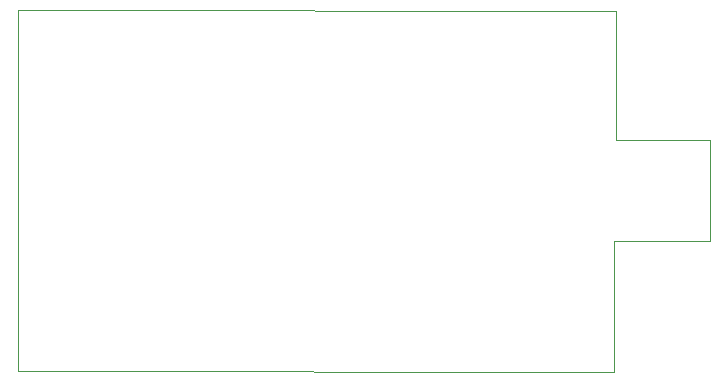
<source format=gbr>
%TF.GenerationSoftware,KiCad,Pcbnew,(5.1.6)-1*%
%TF.CreationDate,2020-09-08T20:54:55+07:00*%
%TF.ProjectId,RX_nrf24,52585f6e-7266-4323-942e-6b696361645f,rev?*%
%TF.SameCoordinates,Original*%
%TF.FileFunction,Profile,NP*%
%FSLAX46Y46*%
G04 Gerber Fmt 4.6, Leading zero omitted, Abs format (unit mm)*
G04 Created by KiCad (PCBNEW (5.1.6)-1) date 2020-09-08 20:54:55*
%MOMM*%
%LPD*%
G01*
G04 APERTURE LIST*
%TA.AperFunction,Profile*%
%ADD10C,0.050000*%
%TD*%
G04 APERTURE END LIST*
D10*
X199350000Y-116590000D02*
X199350000Y-116460000D01*
X148890000Y-116570000D02*
X148890000Y-116440000D01*
X148890000Y-116440000D02*
X148890000Y-86500000D01*
X199350000Y-116590000D02*
X148890000Y-116570000D01*
X199350000Y-116190000D02*
X199350000Y-116460000D01*
X199360000Y-105540000D02*
X199350000Y-116190000D01*
X207490000Y-105540000D02*
X199360000Y-105540000D01*
X207480000Y-97020000D02*
X207490000Y-105540000D01*
X199540000Y-97010000D02*
X207480000Y-97020000D01*
X199540000Y-86050000D02*
X199540000Y-97010000D01*
X148890000Y-85940000D02*
X199540000Y-86050000D01*
X148890000Y-86500000D02*
X148890000Y-85940000D01*
M02*

</source>
